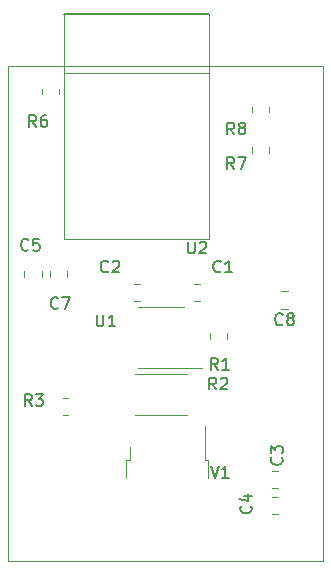
<source format=gbr>
%TF.GenerationSoftware,KiCad,Pcbnew,(5.1.7)-1*%
%TF.CreationDate,2021-09-18T16:18:18+01:00*%
%TF.ProjectId,RcCtlHw,52634374-6c48-4772-9e6b-696361645f70,rev?*%
%TF.SameCoordinates,Original*%
%TF.FileFunction,Legend,Top*%
%TF.FilePolarity,Positive*%
%FSLAX46Y46*%
G04 Gerber Fmt 4.6, Leading zero omitted, Abs format (unit mm)*
G04 Created by KiCad (PCBNEW (5.1.7)-1) date 2021-09-18 16:18:18*
%MOMM*%
%LPD*%
G01*
G04 APERTURE LIST*
%TA.AperFunction,Profile*%
%ADD10C,0.050000*%
%TD*%
%ADD11C,0.150000*%
%ADD12C,0.120000*%
G04 APERTURE END LIST*
D10*
X114300000Y-84455000D02*
X140970000Y-84455000D01*
X140970000Y-84455000D02*
X140970000Y-84836000D01*
X114300000Y-84709000D02*
X114300000Y-84455000D01*
X140970000Y-126365000D02*
X140970000Y-119380000D01*
X114300000Y-126365000D02*
X140970000Y-126365000D01*
X114300000Y-119380000D02*
X114300000Y-126365000D01*
X114300000Y-119380000D02*
X114300000Y-84709000D01*
X140970000Y-84836000D02*
X140970000Y-119380000D01*
D11*
%TO.C,U2*%
X119036000Y-80085001D02*
X131336000Y-80085001D01*
D12*
X119036000Y-99085001D02*
X131336000Y-99085001D01*
X131336000Y-99085001D02*
X131336000Y-85085001D01*
X131336000Y-85085001D02*
X119036000Y-85085001D01*
X119036000Y-85085001D02*
X119036000Y-99085001D01*
X119036000Y-85085001D02*
X119036000Y-80085001D01*
X131336000Y-85085001D02*
X131336000Y-80085001D01*
%TO.C,R3*%
X118898936Y-114019000D02*
X119353064Y-114019000D01*
X118898936Y-112549000D02*
X119353064Y-112549000D01*
%TO.C,C1*%
X130563252Y-104367000D02*
X130040748Y-104367000D01*
X130563252Y-102897000D02*
X130040748Y-102897000D01*
%TO.C,C2*%
X124960748Y-102897000D02*
X125483252Y-102897000D01*
X124960748Y-104367000D02*
X125483252Y-104367000D01*
%TO.C,R2*%
X129431064Y-113978000D02*
X125076936Y-113978000D01*
X129431064Y-110558000D02*
X125076936Y-110558000D01*
%TO.C,R6*%
X117121000Y-86386936D02*
X117121000Y-86841064D01*
X118591000Y-86386936D02*
X118591000Y-86841064D01*
%TO.C,C4*%
X137152052Y-122401000D02*
X136629548Y-122401000D01*
X137152052Y-120931000D02*
X136629548Y-120931000D01*
%TO.C,R1*%
X132815000Y-107087936D02*
X132815000Y-107542064D01*
X131345000Y-107087936D02*
X131345000Y-107542064D01*
%TO.C,U1*%
X127254000Y-104882000D02*
X125304000Y-104882000D01*
X127254000Y-104882000D02*
X129204000Y-104882000D01*
X127254000Y-110002000D02*
X125304000Y-110002000D01*
X127254000Y-110002000D02*
X130704000Y-110002000D01*
%TO.C,R8*%
X136371000Y-87910936D02*
X136371000Y-88365064D01*
X134901000Y-87910936D02*
X134901000Y-88365064D01*
%TO.C,C3*%
X137167252Y-118746600D02*
X136644748Y-118746600D01*
X137167252Y-120216600D02*
X136644748Y-120216600D01*
%TO.C,C5*%
X117143200Y-101821348D02*
X117143200Y-102343852D01*
X115673200Y-101821348D02*
X115673200Y-102343852D01*
%TO.C,R7*%
X134901000Y-91339936D02*
X134901000Y-91794064D01*
X136371000Y-91339936D02*
X136371000Y-91794064D01*
%TO.C,V1*%
X131212000Y-119299000D02*
X131212000Y-117799000D01*
X131212000Y-117799000D02*
X130942000Y-117799000D01*
X130942000Y-117799000D02*
X130942000Y-114969000D01*
X124312000Y-119299000D02*
X124312000Y-117799000D01*
X124312000Y-117799000D02*
X124582000Y-117799000D01*
X124582000Y-117799000D02*
X124582000Y-116699000D01*
%TO.C,C7*%
X119302200Y-101795948D02*
X119302200Y-102318452D01*
X117832200Y-101795948D02*
X117832200Y-102318452D01*
%TO.C,C8*%
X137954652Y-103532000D02*
X137432148Y-103532000D01*
X137954652Y-105002000D02*
X137432148Y-105002000D01*
%TD*%
%TO.C,U2*%
D11*
X129514695Y-99325180D02*
X129514695Y-100134704D01*
X129562314Y-100229942D01*
X129609933Y-100277561D01*
X129705171Y-100325180D01*
X129895647Y-100325180D01*
X129990885Y-100277561D01*
X130038504Y-100229942D01*
X130086123Y-100134704D01*
X130086123Y-99325180D01*
X130514695Y-99420419D02*
X130562314Y-99372800D01*
X130657552Y-99325180D01*
X130895647Y-99325180D01*
X130990885Y-99372800D01*
X131038504Y-99420419D01*
X131086123Y-99515657D01*
X131086123Y-99610895D01*
X131038504Y-99753752D01*
X130467076Y-100325180D01*
X131086123Y-100325180D01*
%TO.C,R3*%
X116292333Y-113228380D02*
X115959000Y-112752190D01*
X115720904Y-113228380D02*
X115720904Y-112228380D01*
X116101857Y-112228380D01*
X116197095Y-112276000D01*
X116244714Y-112323619D01*
X116292333Y-112418857D01*
X116292333Y-112561714D01*
X116244714Y-112656952D01*
X116197095Y-112704571D01*
X116101857Y-112752190D01*
X115720904Y-112752190D01*
X116625666Y-112228380D02*
X117244714Y-112228380D01*
X116911380Y-112609333D01*
X117054238Y-112609333D01*
X117149476Y-112656952D01*
X117197095Y-112704571D01*
X117244714Y-112799809D01*
X117244714Y-113037904D01*
X117197095Y-113133142D01*
X117149476Y-113180761D01*
X117054238Y-113228380D01*
X116768523Y-113228380D01*
X116673285Y-113180761D01*
X116625666Y-113133142D01*
%TO.C,C1*%
X132294333Y-101830142D02*
X132246714Y-101877761D01*
X132103857Y-101925380D01*
X132008619Y-101925380D01*
X131865761Y-101877761D01*
X131770523Y-101782523D01*
X131722904Y-101687285D01*
X131675285Y-101496809D01*
X131675285Y-101353952D01*
X131722904Y-101163476D01*
X131770523Y-101068238D01*
X131865761Y-100973000D01*
X132008619Y-100925380D01*
X132103857Y-100925380D01*
X132246714Y-100973000D01*
X132294333Y-101020619D01*
X133246714Y-101925380D02*
X132675285Y-101925380D01*
X132961000Y-101925380D02*
X132961000Y-100925380D01*
X132865761Y-101068238D01*
X132770523Y-101163476D01*
X132675285Y-101211095D01*
%TO.C,C2*%
X122769333Y-101830142D02*
X122721714Y-101877761D01*
X122578857Y-101925380D01*
X122483619Y-101925380D01*
X122340761Y-101877761D01*
X122245523Y-101782523D01*
X122197904Y-101687285D01*
X122150285Y-101496809D01*
X122150285Y-101353952D01*
X122197904Y-101163476D01*
X122245523Y-101068238D01*
X122340761Y-100973000D01*
X122483619Y-100925380D01*
X122578857Y-100925380D01*
X122721714Y-100973000D01*
X122769333Y-101020619D01*
X123150285Y-101020619D02*
X123197904Y-100973000D01*
X123293142Y-100925380D01*
X123531238Y-100925380D01*
X123626476Y-100973000D01*
X123674095Y-101020619D01*
X123721714Y-101115857D01*
X123721714Y-101211095D01*
X123674095Y-101353952D01*
X123102666Y-101925380D01*
X123721714Y-101925380D01*
%TO.C,R2*%
X131913333Y-111831380D02*
X131580000Y-111355190D01*
X131341904Y-111831380D02*
X131341904Y-110831380D01*
X131722857Y-110831380D01*
X131818095Y-110879000D01*
X131865714Y-110926619D01*
X131913333Y-111021857D01*
X131913333Y-111164714D01*
X131865714Y-111259952D01*
X131818095Y-111307571D01*
X131722857Y-111355190D01*
X131341904Y-111355190D01*
X132294285Y-110926619D02*
X132341904Y-110879000D01*
X132437142Y-110831380D01*
X132675238Y-110831380D01*
X132770476Y-110879000D01*
X132818095Y-110926619D01*
X132865714Y-111021857D01*
X132865714Y-111117095D01*
X132818095Y-111259952D01*
X132246666Y-111831380D01*
X132865714Y-111831380D01*
%TO.C,R6*%
X116673333Y-89606380D02*
X116340000Y-89130190D01*
X116101904Y-89606380D02*
X116101904Y-88606380D01*
X116482857Y-88606380D01*
X116578095Y-88654000D01*
X116625714Y-88701619D01*
X116673333Y-88796857D01*
X116673333Y-88939714D01*
X116625714Y-89034952D01*
X116578095Y-89082571D01*
X116482857Y-89130190D01*
X116101904Y-89130190D01*
X117530476Y-88606380D02*
X117340000Y-88606380D01*
X117244761Y-88654000D01*
X117197142Y-88701619D01*
X117101904Y-88844476D01*
X117054285Y-89034952D01*
X117054285Y-89415904D01*
X117101904Y-89511142D01*
X117149523Y-89558761D01*
X117244761Y-89606380D01*
X117435238Y-89606380D01*
X117530476Y-89558761D01*
X117578095Y-89511142D01*
X117625714Y-89415904D01*
X117625714Y-89177809D01*
X117578095Y-89082571D01*
X117530476Y-89034952D01*
X117435238Y-88987333D01*
X117244761Y-88987333D01*
X117149523Y-89034952D01*
X117101904Y-89082571D01*
X117054285Y-89177809D01*
%TO.C,C4*%
X134834942Y-121705666D02*
X134882561Y-121753285D01*
X134930180Y-121896142D01*
X134930180Y-121991380D01*
X134882561Y-122134238D01*
X134787323Y-122229476D01*
X134692085Y-122277095D01*
X134501609Y-122324714D01*
X134358752Y-122324714D01*
X134168276Y-122277095D01*
X134073038Y-122229476D01*
X133977800Y-122134238D01*
X133930180Y-121991380D01*
X133930180Y-121896142D01*
X133977800Y-121753285D01*
X134025419Y-121705666D01*
X134263514Y-120848523D02*
X134930180Y-120848523D01*
X133882561Y-121086619D02*
X134596847Y-121324714D01*
X134596847Y-120705666D01*
%TO.C,R1*%
X132040333Y-110180380D02*
X131707000Y-109704190D01*
X131468904Y-110180380D02*
X131468904Y-109180380D01*
X131849857Y-109180380D01*
X131945095Y-109228000D01*
X131992714Y-109275619D01*
X132040333Y-109370857D01*
X132040333Y-109513714D01*
X131992714Y-109608952D01*
X131945095Y-109656571D01*
X131849857Y-109704190D01*
X131468904Y-109704190D01*
X132992714Y-110180380D02*
X132421285Y-110180380D01*
X132707000Y-110180380D02*
X132707000Y-109180380D01*
X132611761Y-109323238D01*
X132516523Y-109418476D01*
X132421285Y-109466095D01*
%TO.C,U1*%
X121793095Y-105497380D02*
X121793095Y-106306904D01*
X121840714Y-106402142D01*
X121888333Y-106449761D01*
X121983571Y-106497380D01*
X122174047Y-106497380D01*
X122269285Y-106449761D01*
X122316904Y-106402142D01*
X122364523Y-106306904D01*
X122364523Y-105497380D01*
X123364523Y-106497380D02*
X122793095Y-106497380D01*
X123078809Y-106497380D02*
X123078809Y-105497380D01*
X122983571Y-105640238D01*
X122888333Y-105735476D01*
X122793095Y-105783095D01*
%TO.C,R8*%
X133437333Y-90241380D02*
X133104000Y-89765190D01*
X132865904Y-90241380D02*
X132865904Y-89241380D01*
X133246857Y-89241380D01*
X133342095Y-89289000D01*
X133389714Y-89336619D01*
X133437333Y-89431857D01*
X133437333Y-89574714D01*
X133389714Y-89669952D01*
X133342095Y-89717571D01*
X133246857Y-89765190D01*
X132865904Y-89765190D01*
X134008761Y-89669952D02*
X133913523Y-89622333D01*
X133865904Y-89574714D01*
X133818285Y-89479476D01*
X133818285Y-89431857D01*
X133865904Y-89336619D01*
X133913523Y-89289000D01*
X134008761Y-89241380D01*
X134199238Y-89241380D01*
X134294476Y-89289000D01*
X134342095Y-89336619D01*
X134389714Y-89431857D01*
X134389714Y-89479476D01*
X134342095Y-89574714D01*
X134294476Y-89622333D01*
X134199238Y-89669952D01*
X134008761Y-89669952D01*
X133913523Y-89717571D01*
X133865904Y-89765190D01*
X133818285Y-89860428D01*
X133818285Y-90050904D01*
X133865904Y-90146142D01*
X133913523Y-90193761D01*
X134008761Y-90241380D01*
X134199238Y-90241380D01*
X134294476Y-90193761D01*
X134342095Y-90146142D01*
X134389714Y-90050904D01*
X134389714Y-89860428D01*
X134342095Y-89765190D01*
X134294476Y-89717571D01*
X134199238Y-89669952D01*
%TO.C,C3*%
X137440942Y-117590866D02*
X137488561Y-117638485D01*
X137536180Y-117781342D01*
X137536180Y-117876580D01*
X137488561Y-118019438D01*
X137393323Y-118114676D01*
X137298085Y-118162295D01*
X137107609Y-118209914D01*
X136964752Y-118209914D01*
X136774276Y-118162295D01*
X136679038Y-118114676D01*
X136583800Y-118019438D01*
X136536180Y-117876580D01*
X136536180Y-117781342D01*
X136583800Y-117638485D01*
X136631419Y-117590866D01*
X136536180Y-117257533D02*
X136536180Y-116638485D01*
X136917133Y-116971819D01*
X136917133Y-116828961D01*
X136964752Y-116733723D01*
X137012371Y-116686104D01*
X137107609Y-116638485D01*
X137345704Y-116638485D01*
X137440942Y-116686104D01*
X137488561Y-116733723D01*
X137536180Y-116828961D01*
X137536180Y-117114676D01*
X137488561Y-117209914D01*
X137440942Y-117257533D01*
%TO.C,C5*%
X116012933Y-100001342D02*
X115965314Y-100048961D01*
X115822457Y-100096580D01*
X115727219Y-100096580D01*
X115584361Y-100048961D01*
X115489123Y-99953723D01*
X115441504Y-99858485D01*
X115393885Y-99668009D01*
X115393885Y-99525152D01*
X115441504Y-99334676D01*
X115489123Y-99239438D01*
X115584361Y-99144200D01*
X115727219Y-99096580D01*
X115822457Y-99096580D01*
X115965314Y-99144200D01*
X116012933Y-99191819D01*
X116917695Y-99096580D02*
X116441504Y-99096580D01*
X116393885Y-99572771D01*
X116441504Y-99525152D01*
X116536742Y-99477533D01*
X116774838Y-99477533D01*
X116870076Y-99525152D01*
X116917695Y-99572771D01*
X116965314Y-99668009D01*
X116965314Y-99906104D01*
X116917695Y-100001342D01*
X116870076Y-100048961D01*
X116774838Y-100096580D01*
X116536742Y-100096580D01*
X116441504Y-100048961D01*
X116393885Y-100001342D01*
%TO.C,R7*%
X133437333Y-93162380D02*
X133104000Y-92686190D01*
X132865904Y-93162380D02*
X132865904Y-92162380D01*
X133246857Y-92162380D01*
X133342095Y-92210000D01*
X133389714Y-92257619D01*
X133437333Y-92352857D01*
X133437333Y-92495714D01*
X133389714Y-92590952D01*
X133342095Y-92638571D01*
X133246857Y-92686190D01*
X132865904Y-92686190D01*
X133770666Y-92162380D02*
X134437333Y-92162380D01*
X134008761Y-93162380D01*
%TO.C,V1*%
X131452476Y-118324380D02*
X131785809Y-119324380D01*
X132119142Y-118324380D01*
X132976285Y-119324380D02*
X132404857Y-119324380D01*
X132690571Y-119324380D02*
X132690571Y-118324380D01*
X132595333Y-118467238D01*
X132500095Y-118562476D01*
X132404857Y-118610095D01*
%TO.C,C7*%
X118502133Y-104928942D02*
X118454514Y-104976561D01*
X118311657Y-105024180D01*
X118216419Y-105024180D01*
X118073561Y-104976561D01*
X117978323Y-104881323D01*
X117930704Y-104786085D01*
X117883085Y-104595609D01*
X117883085Y-104452752D01*
X117930704Y-104262276D01*
X117978323Y-104167038D01*
X118073561Y-104071800D01*
X118216419Y-104024180D01*
X118311657Y-104024180D01*
X118454514Y-104071800D01*
X118502133Y-104119419D01*
X118835466Y-104024180D02*
X119502133Y-104024180D01*
X119073561Y-105024180D01*
%TO.C,C8*%
X137526733Y-106304142D02*
X137479114Y-106351761D01*
X137336257Y-106399380D01*
X137241019Y-106399380D01*
X137098161Y-106351761D01*
X137002923Y-106256523D01*
X136955304Y-106161285D01*
X136907685Y-105970809D01*
X136907685Y-105827952D01*
X136955304Y-105637476D01*
X137002923Y-105542238D01*
X137098161Y-105447000D01*
X137241019Y-105399380D01*
X137336257Y-105399380D01*
X137479114Y-105447000D01*
X137526733Y-105494619D01*
X138098161Y-105827952D02*
X138002923Y-105780333D01*
X137955304Y-105732714D01*
X137907685Y-105637476D01*
X137907685Y-105589857D01*
X137955304Y-105494619D01*
X138002923Y-105447000D01*
X138098161Y-105399380D01*
X138288638Y-105399380D01*
X138383876Y-105447000D01*
X138431495Y-105494619D01*
X138479114Y-105589857D01*
X138479114Y-105637476D01*
X138431495Y-105732714D01*
X138383876Y-105780333D01*
X138288638Y-105827952D01*
X138098161Y-105827952D01*
X138002923Y-105875571D01*
X137955304Y-105923190D01*
X137907685Y-106018428D01*
X137907685Y-106208904D01*
X137955304Y-106304142D01*
X138002923Y-106351761D01*
X138098161Y-106399380D01*
X138288638Y-106399380D01*
X138383876Y-106351761D01*
X138431495Y-106304142D01*
X138479114Y-106208904D01*
X138479114Y-106018428D01*
X138431495Y-105923190D01*
X138383876Y-105875571D01*
X138288638Y-105827952D01*
%TD*%
M02*

</source>
